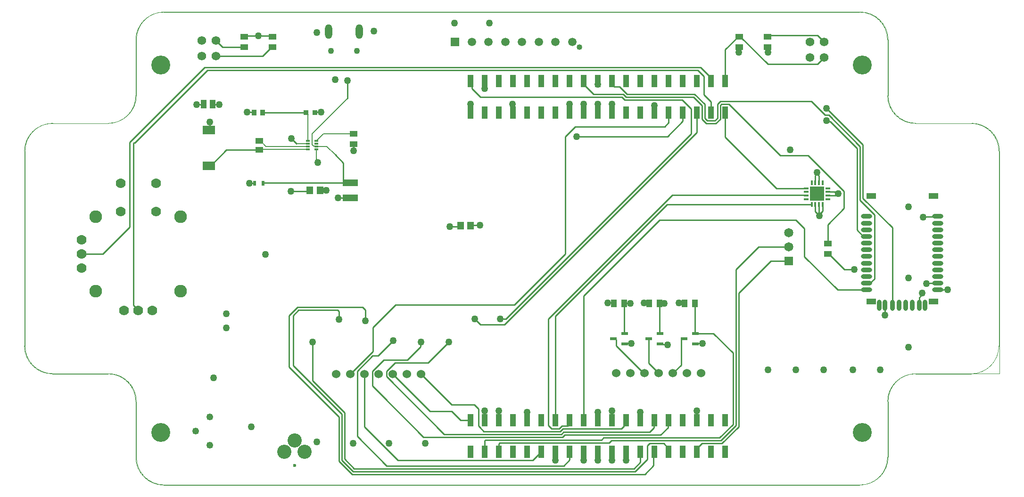
<source format=gbl>
G04*
G04 #@! TF.GenerationSoftware,Altium Limited,Altium Designer,22.7.1 (60)*
G04*
G04 Layer_Physical_Order=4*
G04 Layer_Color=16711680*
%FSLAX44Y44*%
%MOMM*%
G71*
G04*
G04 #@! TF.SameCoordinates,7684CF66-3EF2-496F-B3A4-9C416311D090*
G04*
G04*
G04 #@! TF.FilePolarity,Positive*
G04*
G01*
G75*
%ADD11C,0.2000*%
%ADD16C,0.2540*%
%ADD17C,0.0127*%
%ADD18C,0.0064*%
%ADD19R,1.0000X1.4000*%
%ADD21R,1.4000X1.0000*%
%ADD57R,1.5200X1.5200*%
%ADD58C,1.5200*%
%ADD59C,1.0200*%
%ADD60C,1.5750*%
%ADD61C,1.6500*%
%ADD62C,1.5240*%
%ADD63O,1.3080X2.6160*%
%ADD64C,2.2860*%
%ADD65C,1.7780*%
%ADD66C,2.5500*%
%ADD67C,1.2500*%
%ADD68C,3.4000*%
%ADD69C,1.1000*%
%ADD70R,1.6500X1.6500*%
%ADD71C,0.6000*%
%ADD72C,1.2700*%
%ADD85R,1.1500X1.4500*%
%ADD86R,0.9500X0.3500*%
%ADD87R,0.3500X0.9500*%
%ADD88R,2.5500X2.5500*%
%ADD89R,0.5400X0.9400*%
%ADD90R,0.8500X1.0000*%
%ADD91R,1.1400X1.5700*%
%ADD92R,1.4700X1.0200*%
%ADD93O,2.0000X0.8000*%
%ADD94R,1.0201X2.2200*%
%ADD95O,0.8000X2.0000*%
%ADD96R,1.3000X0.6000*%
%ADD97R,0.9000X0.9500*%
%ADD98R,2.8200X1.2200*%
%ADD99R,0.6700X0.3000*%
%ADD100R,1.8000X1.0000*%
%ADD101R,2.2000X1.6000*%
%ADD102C,0.1500*%
D11*
X1405350Y1348900D02*
X1420250Y1334000D01*
X1379000Y1371125D02*
X1442500Y1434625D01*
D16*
X2502370Y1222370D02*
X2503000Y1223000D01*
X2476500Y1221740D02*
X2477130Y1222370D01*
X2502370D01*
X1742440Y1064260D02*
X1833880Y1155700D01*
Y1366520D02*
X1851660Y1384300D01*
X1833880Y1155700D02*
Y1366520D01*
X1851660Y1384300D02*
X2012116D01*
X1854200Y1366520D02*
X2017196D01*
X2012116Y1384300D02*
X2019300Y1391484D01*
X1529080Y1064260D02*
X1742440D01*
X1488500Y1023680D02*
X1529080Y1064260D01*
X1488500Y980500D02*
Y1023680D01*
X1663700Y1206500D02*
X1664700Y1207500D01*
X1680160D01*
X2017196Y1366520D02*
X2044700Y1394024D01*
X1644200Y1205000D02*
X1645700Y1206500D01*
X1625980Y1205000D02*
X1644200D01*
X1487170Y918622D02*
Y944535D01*
X1507635Y965000D01*
X1447800Y939800D02*
X1488500Y980500D01*
X1507635Y965000D02*
X1550000D01*
X1574106Y989106D01*
X1487170Y918622D02*
X1504384Y901408D01*
X1497500Y972500D02*
X1525000Y1000000D01*
X1487684Y972500D02*
X1497500D01*
X1460000Y827500D02*
Y944816D01*
Y827500D02*
X1512660Y774840D01*
X1460000Y944816D02*
X1487684Y972500D01*
X1892300Y1460500D02*
Y1466220D01*
X1765300Y856620D02*
Y871220D01*
X1892300Y784860D02*
Y800100D01*
X1739304Y1410296D02*
Y1424940D01*
X1917700Y1409700D02*
Y1424940D01*
X1739304Y1410296D02*
X1739900Y1409700D01*
X1892300D02*
Y1424940D01*
X1841500Y1409700D02*
Y1424940D01*
X1681480Y1437640D02*
X1882296D01*
X1663700Y1466220D02*
X1666322Y1463598D01*
Y1452798D02*
X1681480Y1437640D01*
X1666322Y1452798D02*
Y1463598D01*
X1882596Y1437340D02*
X1935780D01*
X1940560Y1432560D02*
X2043428D01*
X1935780Y1437340D02*
X1940560Y1432560D01*
X1945012Y1442720D02*
X2065853D01*
X1884700Y1442420D02*
X1938127D01*
X1942908Y1437640D02*
X2063748D01*
X1938127Y1442420D02*
X1942908Y1437640D01*
X1931342Y1456390D02*
X1945012Y1442720D01*
X2043428Y1432560D02*
X2059940Y1416048D01*
X1866900Y1460221D02*
X1884700Y1442420D01*
X2063748Y1437640D02*
X2079010Y1422378D01*
X2065853Y1442720D02*
X2084090Y1424482D01*
X1727200Y1038860D02*
X2059940Y1371600D01*
Y1416048D01*
X1717040Y1038860D02*
X1727200D01*
X1671320D02*
X1681480Y1028700D01*
X2070100Y1374140D02*
Y1409700D01*
X1724660Y1028700D02*
X2070100Y1374140D01*
X1681480Y1028700D02*
X1724660D01*
X1803400Y847732D02*
Y1038424D01*
X1816100Y856620D02*
Y1043940D01*
X2016310Y1244150D01*
X1803400Y847732D02*
X1809422Y841710D01*
X1803400Y1038424D02*
X2026316Y1261340D01*
X1822778Y841710D02*
X1827858Y846790D01*
X2019300Y1391484D02*
Y1409700D01*
X1882296Y1437640D02*
X1882596Y1437340D01*
X2044700Y1394024D02*
Y1409700D01*
X2302500Y1417500D02*
X2368190Y1351810D01*
Y1255422D02*
X2421000Y1202611D01*
X2219891Y1332340D02*
X2269778D01*
X2375000Y1103000D02*
X2381000D01*
X2388810Y1110810D01*
Y1226235D01*
X2363110Y1251935D02*
X2388810Y1226235D01*
X2102178Y1394790D02*
X2106910Y1399521D01*
X2088822Y1394790D02*
X2102178D01*
X2084090Y1399521D02*
X2088822Y1394790D01*
X1921530Y1456390D02*
X1931342D01*
X1917700Y1460221D02*
X1921530Y1456390D01*
X2079010Y1397417D02*
Y1422378D01*
Y1397417D02*
X2086717Y1389710D01*
X2114221Y1424610D02*
X2127622D01*
X2219891Y1332340D01*
X2111990Y1397417D02*
Y1422378D01*
X2306708Y1405160D02*
X2363110Y1348759D01*
X2104283Y1389710D02*
X2111990Y1397417D01*
X2300472Y1405160D02*
X2306708D01*
X2086717Y1389710D02*
X2104283D01*
X2275942Y1429690D02*
X2300472Y1405160D01*
X2368190Y1255422D02*
Y1351810D01*
X2112117Y1429690D02*
X2275942D01*
X2106910Y1424482D02*
X2112117Y1429690D01*
X2111990Y1422378D02*
X2114221Y1424610D01*
X2106910Y1399521D02*
Y1424482D01*
X2363110Y1251935D02*
Y1348759D01*
X1917700Y1460221D02*
Y1466220D01*
X2084090Y1399521D02*
Y1424482D01*
X2357500Y1198500D02*
Y1345000D01*
Y1198500D02*
X2369000Y1187000D01*
X2421000Y1063000D02*
Y1202611D01*
X2269778Y1332340D02*
X2334260Y1267858D01*
X2082800Y1441450D02*
X2095500Y1428750D01*
Y1409700D02*
Y1428750D01*
X2082800Y1441450D02*
Y1475108D01*
X2305500Y1266900D02*
X2317590D01*
X1866900Y1460221D02*
Y1466220D01*
X2317590Y1266900D02*
X2318100Y1266389D01*
X2334260Y1237674D02*
Y1267858D01*
X2305000Y1208414D02*
X2334260Y1237674D01*
X2305000Y1174500D02*
Y1208414D01*
X2263140Y1150620D02*
Y1200984D01*
X2002921Y1216393D02*
X2247731D01*
X2263140Y1200984D01*
X2212750Y1273400D02*
X2266500D01*
X2016310Y1244150D02*
X2276250D01*
X2120900Y1365250D02*
Y1409700D01*
Y1365250D02*
X2212750Y1273400D01*
X2026316Y1261340D02*
X2265680D01*
X2322760Y1091000D02*
X2375000D01*
X2307000Y1155500D02*
X2335000Y1127500D01*
X2305000Y1155500D02*
X2307000D01*
X2335000Y1127500D02*
X2352500D01*
X1866900Y1080372D02*
X2002921Y1216393D01*
X2263140Y1150620D02*
X2322760Y1091000D01*
X1866900Y856620D02*
Y1080372D01*
X1920200Y1067500D02*
X1920900Y1066800D01*
X1809422Y841710D02*
X1822778D01*
X1910000Y1067500D02*
X1920200D01*
X1512570Y935066D02*
X1616085Y831550D01*
X1837670Y846790D02*
X1841500Y850621D01*
X1985330Y835330D02*
X1993198Y843198D01*
X1690588Y821390D02*
X1898923D01*
X1616085Y831550D02*
X1826987D01*
X2005250Y830250D02*
X2018198Y843198D01*
X1829963Y841710D02*
X1934210D01*
X1689100Y819902D02*
X1690588Y821390D01*
X1898923D02*
X1902703Y825170D01*
X1830766Y835330D02*
X1985330D01*
X1716310Y816310D02*
X1912836D01*
X1916616Y820090D02*
X2113142D01*
X1504384Y901408D02*
X1579321Y826470D01*
X1714500Y814500D02*
X1716310Y816310D01*
X1832871Y830250D02*
X2005250D01*
X1912836Y816310D02*
X1916616Y820090D01*
X1681194Y842938D02*
X1687502Y836630D01*
X1824883D02*
X1829963Y841710D01*
X1829091Y826470D02*
X1832871Y830250D01*
X1841500Y850621D02*
Y856620D01*
X1827858Y846790D02*
X1837670D01*
X1579321Y826470D02*
X1829091D01*
X1689100Y800100D02*
Y819902D01*
X1826987Y831550D02*
X1830766Y835330D01*
X1902703Y825170D02*
X2111038D01*
X1687502Y836630D02*
X1824883D01*
X1393300Y1270000D02*
X1404620D01*
X2041670Y955820D02*
Y1001570D01*
X2026920Y941070D02*
X2041670Y955820D01*
X2043400Y1003300D02*
X2046900D01*
X2041670Y1001570D02*
X2043400Y1003300D01*
X1983400Y959190D02*
X2001520Y941070D01*
X1983400Y959190D02*
Y1003300D01*
X1925130Y990700D02*
X1974760Y941070D01*
X1925130Y990700D02*
Y1001570D01*
X1974760Y941070D02*
X1976120D01*
X1919900Y1003300D02*
X1923400D01*
X1925130Y1001570D01*
X1066800Y1054100D02*
Y1054716D01*
X1058128Y1354256D02*
X1059180Y1355308D01*
X1060668D01*
X1058128Y1063388D02*
X1066800Y1054716D01*
X1058128Y1063388D02*
Y1354256D01*
X1003300Y1155700D02*
X1051560Y1203960D01*
X965200Y1155700D02*
X1003300D01*
X1051560Y1203960D02*
Y1356360D01*
X1186180Y1490980D01*
X1060668Y1355308D02*
X1191260Y1485900D01*
X2072008D01*
X2076740Y1490980D02*
X2095500Y1472220D01*
Y1466220D02*
Y1472220D01*
X1186180Y1490980D02*
X2076740D01*
X2318100Y1260400D02*
X2321351Y1263650D01*
X2324100D01*
X2305500Y1260400D02*
X2318100D01*
X2289810Y1224528D02*
Y1226768D01*
Y1224280D02*
Y1224528D01*
X2295750Y1232708D02*
Y1244150D01*
X2289810Y1226768D02*
X2295750Y1232708D01*
X2289530Y1224808D02*
Y1243870D01*
Y1224808D02*
X2289810Y1224528D01*
X2282750Y1231588D02*
X2289530Y1224808D01*
X2282750Y1231588D02*
Y1244150D01*
X2289250D02*
X2289530Y1243870D01*
X2286000Y1299001D02*
Y1301750D01*
X2289250Y1283150D02*
Y1295750D01*
X2286000Y1299001D02*
X2289250Y1295750D01*
X2282750Y1283150D02*
Y1295750D01*
X2072008Y1485900D02*
X2082800Y1475108D01*
X2199285Y1548385D02*
X2287015D01*
X2197100Y1546200D02*
X2199285Y1548385D01*
X2287015D02*
X2298700Y1536700D01*
X2287015Y1497015D02*
X2298700Y1508700D01*
X2146300Y1546200D02*
X2148300D01*
X2197485Y1497015D01*
X2287015D01*
X2144300Y1546200D02*
X2146300D01*
X2120900Y1466220D02*
Y1522800D01*
X2144300Y1546200D01*
X2003400Y1066800D02*
Y1068800D01*
X1475000Y1035000D02*
Y1055000D01*
X1306100Y1527200D02*
X1308100D01*
X1290200Y1511300D02*
X1306100Y1527200D01*
X1206500Y1511300D02*
X1290200D01*
X1206500Y1539300D02*
X1218600Y1527200D01*
X1257300D01*
X1258850Y1547750D02*
X1282750D01*
X1257300Y1546200D02*
X1258850Y1547750D01*
X1306550D02*
X1308100Y1546200D01*
X1282750Y1547750D02*
X1306550D01*
X1290200Y1409700D02*
X1368300D01*
Y1409450D02*
X1371600Y1406150D01*
X1368300Y1409450D02*
Y1409700D01*
X1341750Y1363000D02*
X1350850Y1353900D01*
X1340750Y1267750D02*
X1373050D01*
X1375300Y1270000D01*
X1439800Y1283500D02*
X1447800D01*
X1292250D02*
X1439800D01*
X1291500Y1282750D02*
X1292250Y1283500D01*
X1196800Y1314200D02*
X1225350Y1342750D01*
X1193800Y1314200D02*
X1196800D01*
X1225350Y1342750D02*
X1284250D01*
X1453700Y1352450D02*
X1454000Y1352750D01*
X1453700Y1341050D02*
Y1352450D01*
X1386630Y1325369D02*
X1389250Y1322749D01*
Y1320000D02*
Y1322749D01*
X1434970Y1288330D02*
Y1319280D01*
X1420250Y1334000D02*
X1434970Y1319280D01*
Y1288330D02*
X1439800Y1283500D01*
X1442500Y1434625D02*
Y1467500D01*
X2309444Y1393056D02*
X2357500Y1345000D01*
X2304444Y1393056D02*
X2309444D01*
X2302500Y1395000D02*
X2304444Y1393056D01*
X2369000Y1187000D02*
X2375000D01*
X1939270Y852790D02*
X1943100Y856620D01*
X1939270Y846770D02*
Y852790D01*
X1934210Y841710D02*
X1939270Y846770D01*
X1993198Y843198D02*
Y855918D01*
X1993900Y856620D01*
X2018198Y855518D02*
X2019300Y856620D01*
X2018198Y843198D02*
Y855518D01*
X1504384Y901408D02*
X1504384D01*
X1574106Y989106D02*
Y996606D01*
X1575000Y997500D01*
X1587420Y959920D02*
X1625000Y997500D01*
X1527955Y959920D02*
X1587420D01*
X1473200Y844932D02*
Y939800D01*
Y844932D02*
X1533132Y785000D01*
X1512570Y944535D02*
X1527955Y959920D01*
X1512570Y935066D02*
Y944535D01*
X1524000Y939800D02*
X1591220Y872580D01*
X1629604D01*
X1980993Y810852D02*
X1985150Y815010D01*
X2070100Y806099D02*
X2079010Y815010D01*
X1985150D02*
X2010390D01*
X2111038Y825170D02*
X2134920Y849052D01*
X1980993Y786309D02*
Y810852D01*
X2010390Y815010D02*
X2019300Y806099D01*
X2079010Y815010D02*
X2115246D01*
X2113142Y820090D02*
X2140000Y846948D01*
X2145080Y844843D02*
Y1085080D01*
X2019300Y800100D02*
Y806099D01*
X2115246Y815010D02*
X2145080Y844843D01*
X1939900Y1013800D02*
Y1066800D01*
Y1013800D02*
X1940900Y1012800D01*
X2003400Y1013800D02*
X2004400Y1012800D01*
X2003400Y1013800D02*
Y1066800D01*
X2066900Y1013800D02*
Y1066800D01*
Y1013800D02*
X2067900Y1012800D01*
X2099700D01*
X2145080Y1085080D02*
X2203000Y1143000D01*
X2235200D01*
X2140000Y1127500D02*
X2180900Y1168400D01*
X2235200D01*
X2134920Y849052D02*
Y977580D01*
X2140000Y846948D02*
Y1127500D01*
X2070100Y800100D02*
Y806099D01*
X2099700Y1012800D02*
X2134920Y977580D01*
X2408000Y1045380D02*
Y1050568D01*
Y1045380D02*
Y1063000D01*
X2470000Y1077251D02*
X2475000Y1082251D01*
Y1085000D01*
X2503000Y1091000D02*
X2520620D01*
X2482500Y1102500D02*
X2482750Y1102750D01*
X2502750D02*
X2503000Y1103000D01*
X2482750Y1102750D02*
X2502750D01*
X2470000Y1063000D02*
Y1077251D01*
X1677690Y846441D02*
X1681194Y842938D01*
X1677690Y846441D02*
Y877310D01*
X1714500Y800100D02*
Y814500D01*
X1533132Y785000D02*
X1775600D01*
X1512660Y774840D02*
X1831150D01*
X1454844Y769840D02*
X1454924Y769760D01*
X1959364Y764680D02*
X1959444Y764760D01*
X1831150Y774840D02*
X1841500Y785190D01*
X1454924Y769760D02*
X1957260D01*
X1452820Y764680D02*
X1959364D01*
X1427340Y782976D02*
X1450716Y759600D01*
X1977100D02*
X1992500Y775000D01*
X1775600Y785000D02*
X1790700Y800100D01*
X1957260Y769760D02*
X1968500Y781000D01*
X1450716Y759600D02*
X1977100D01*
X1432420Y785080D02*
X1452820Y764680D01*
X1470000Y1060000D02*
X1475000Y1055000D01*
X1337500Y1045000D02*
X1352500Y1060000D01*
X1470000D01*
X2037500Y1067500D02*
X2047200D01*
X1983700D02*
X1984400Y1066800D01*
X1975000Y1067500D02*
X1983700D01*
X2047200D02*
X2047900Y1066800D01*
X2079400Y994400D02*
X2080000Y995000D01*
X2068500Y994400D02*
X2079400D01*
X2067900Y993800D02*
X2068500Y994400D01*
X1951900D02*
X1952500Y995000D01*
X2005050Y993150D02*
X2016850D01*
X2017500Y992500D01*
X2004400Y993800D02*
X2005050Y993150D01*
X1941500Y994400D02*
X1951900D01*
X1940900Y993800D02*
X1941500Y994400D01*
X1384600Y1410000D02*
X1395000D01*
X1384300Y1409700D02*
X1384600Y1410000D01*
X1426080Y1256500D02*
X1447800D01*
X1200750Y1425000D02*
X1202150Y1423600D01*
X1212050D01*
X1275300Y1282550D02*
X1275500Y1282750D01*
X1266300Y1282550D02*
X1275300D01*
X1841500Y785190D02*
Y800100D01*
X1959444Y764760D02*
X1980993Y786309D01*
X1437500Y787184D02*
X1454844Y769840D01*
X1574800Y939800D02*
X1629600Y885000D01*
X1670000D01*
X1992500Y775000D02*
Y798700D01*
X1993900Y800100D01*
X1432420Y785080D02*
Y867580D01*
X1437500Y787184D02*
Y870000D01*
X1345000Y955000D02*
X1432420Y867580D01*
X1380000Y927500D02*
X1437500Y870000D01*
X1427340Y782976D02*
Y862660D01*
X1337500Y952500D02*
X1427340Y862660D01*
X1337500Y952500D02*
Y1045000D01*
X1345000Y955000D02*
Y1045000D01*
X1380000Y927500D02*
Y997500D01*
X1354920Y1054920D02*
X1425080D01*
X1427500Y1052500D01*
X1345000Y1045000D02*
X1354920Y1054920D01*
X1427500Y1037500D02*
Y1052500D01*
X1968500Y781000D02*
Y800100D01*
X1629604Y872580D02*
X1645564Y856620D01*
X1663700D01*
X1670000Y885000D02*
X1677690Y877310D01*
X1193800Y1378200D02*
X1195000Y1379400D01*
Y1392500D01*
X1172050Y1423600D02*
X1183150D01*
X1184550Y1425000D01*
X1274900Y1410000D02*
X1275200Y1409700D01*
X1262500Y1410000D02*
X1274900D01*
X2197500Y1517500D02*
Y1526800D01*
X2197100Y1527200D02*
X2197500Y1526800D01*
X2145000Y1525900D02*
X2146300Y1527200D01*
X2145000Y1517500D02*
Y1525900D01*
D17*
X2612500Y1340000D02*
G03*
X2562500Y1390000I-50000J0D01*
G01*
X2462500Y940000D02*
G03*
X2412500Y890000I0J-50000D01*
G01*
X2562500Y940000D02*
G03*
X2612500Y990000I0J50000D01*
G01*
X1062500Y790000D02*
G03*
X1112500Y740000I50000J0D01*
G01*
X862500Y990000D02*
G03*
X912500Y940000I50000J0D01*
G01*
X2362500Y740000D02*
G03*
X2412500Y790000I0J50000D01*
G01*
Y1440000D02*
G03*
X2462500Y1390000I50000J0D01*
G01*
X2412500Y1540000D02*
G03*
X2362500Y1590000I-50000J0D01*
G01*
X1012500Y1390000D02*
G03*
X1062500Y1440000I0J50000D01*
G01*
X912500Y1390000D02*
G03*
X862500Y1340000I0J-50000D01*
G01*
X1062500Y890000D02*
G03*
X1012500Y940000I-50000J0D01*
G01*
X1112500Y1590000D02*
G03*
X1062500Y1540000I0J-50000D01*
G01*
X1063600Y790410D02*
G03*
X1113600Y740410I50000J0D01*
G01*
X863600Y990410D02*
G03*
X913600Y940410I50000J0D01*
G01*
X2613600Y1340410D02*
G03*
X2563600Y1390410I-50000J0D01*
G01*
X2413600Y1440410D02*
G03*
X2463600Y1390410I50000J0D01*
G01*
Y940410D02*
G03*
X2413600Y890410I0J-50000D01*
G01*
X2363600Y740410D02*
G03*
X2413600Y790410I0J50000D01*
G01*
Y1540410D02*
G03*
X2363600Y1590410I-50000J0D01*
G01*
X1113600D02*
G03*
X1063600Y1540410I0J-50000D01*
G01*
X1013600Y1390410D02*
G03*
X1063600Y1440410I0J50000D01*
G01*
X913600Y1390410D02*
G03*
X863600Y1340410I0J-50000D01*
G01*
X1063600Y890410D02*
G03*
X1013600Y940410I-50000J0D01*
G01*
X2612500Y990000D02*
Y1340000D01*
X912500Y940000D02*
X1012500D01*
X1112500Y740000D02*
X2362500D01*
X862500Y990000D02*
Y1340000D01*
X1062500Y790000D02*
Y890000D01*
Y1440000D02*
Y1540000D01*
X1112500Y1590000D02*
X2362500D01*
X2462500Y1390000D02*
X2562500D01*
X2462500Y940000D02*
X2562500D01*
X2412500Y1440000D02*
Y1540000D01*
Y790000D02*
Y890000D01*
X912500Y1390000D02*
X1012500D01*
X1063600Y1440410D02*
Y1540410D01*
X1113600Y1590410D02*
X2363600D01*
X863600Y990410D02*
Y1340410D01*
X913600Y1390410D02*
X1013600D01*
X2463600Y940410D02*
X2613600D01*
X1113600Y740410D02*
X2363600D01*
X2613600Y940410D02*
Y1340410D01*
X913600Y940410D02*
X1013600D01*
X2413600Y790410D02*
Y890410D01*
X2463600Y1390410D02*
X2563600D01*
X2413600Y1440410D02*
Y1540410D01*
X1063600Y790410D02*
Y890410D01*
D18*
X862532Y740000D02*
G03*
X862532Y740000I-32J0D01*
G01*
D02*
G03*
X862532Y740000I-32J0D01*
G01*
D19*
X1984400Y1066800D02*
D03*
X1920900D02*
D03*
X2047900D02*
D03*
X2066900D02*
D03*
X2003400D02*
D03*
X1939900D02*
D03*
D21*
X1454000Y1371750D02*
D03*
Y1352750D02*
D03*
X2305000Y1155500D02*
D03*
Y1174500D02*
D03*
X2197100Y1546200D02*
D03*
Y1527200D02*
D03*
X2146300Y1546200D02*
D03*
Y1527200D02*
D03*
X1257300D02*
D03*
Y1546200D02*
D03*
X1308100Y1527200D02*
D03*
Y1546200D02*
D03*
D57*
X1636100Y1536700D02*
D03*
D58*
X1666100D02*
D03*
X1696100D02*
D03*
X1726100D02*
D03*
X1756100D02*
D03*
X1786100D02*
D03*
X1816100D02*
D03*
X1846100D02*
D03*
D59*
X1858900Y1526900D02*
D03*
D60*
X2273300Y1508700D02*
D03*
Y1536700D02*
D03*
X1181100Y1511300D02*
D03*
Y1539300D02*
D03*
X2298700Y1508700D02*
D03*
Y1536700D02*
D03*
X1206500Y1511300D02*
D03*
Y1539300D02*
D03*
D61*
X2235200Y1193800D02*
D03*
Y1168400D02*
D03*
D62*
X2077720Y941070D02*
D03*
X1925320D02*
D03*
X1422400Y939800D02*
D03*
X1447800D02*
D03*
X1473200D02*
D03*
X1498600D02*
D03*
X1524000D02*
D03*
X1549400D02*
D03*
X1574800D02*
D03*
X1950720Y941070D02*
D03*
X1976120D02*
D03*
X2001520D02*
D03*
X2026920D02*
D03*
X2052320D02*
D03*
D63*
X1463870Y1555320D02*
D03*
X1408870D02*
D03*
D64*
X1143000Y1222375D02*
D03*
Y1089025D02*
D03*
X990600D02*
D03*
Y1222375D02*
D03*
D65*
X965200Y1130300D02*
D03*
X1092200Y1054100D02*
D03*
X965200Y1155700D02*
D03*
Y1181100D02*
D03*
X1066800Y1054100D02*
D03*
X1041400D02*
D03*
X1098550Y1231900D02*
D03*
X1035050D02*
D03*
X1098550Y1282700D02*
D03*
X1035050D02*
D03*
D66*
X1347500Y820000D02*
D03*
X1366000Y800000D02*
D03*
X1329000D02*
D03*
D67*
X1195400Y812100D02*
D03*
Y862900D02*
D03*
X1170000Y837500D02*
D03*
D68*
X2367500Y1495000D02*
D03*
Y835000D02*
D03*
X1107500D02*
D03*
Y1495000D02*
D03*
D69*
X1412870Y1520320D02*
D03*
X1459870D02*
D03*
D70*
X2235200Y1143000D02*
D03*
D71*
X1347500Y775000D02*
D03*
D72*
X2476500Y1221740D02*
D03*
X1854200Y1366520D02*
D03*
X1680160Y1207500D02*
D03*
X1625980Y1205000D02*
D03*
X1525000Y1000000D02*
D03*
X1892300Y1460500D02*
D03*
X1689100Y873760D02*
D03*
X1714500D02*
D03*
X1917700D02*
D03*
X1765300Y871220D02*
D03*
X1816100Y785000D02*
D03*
X1866900Y784860D02*
D03*
X1892300D02*
D03*
X1917700D02*
D03*
X1943100D02*
D03*
X1892300Y871220D02*
D03*
X1968500D02*
D03*
X2070100Y873760D02*
D03*
X1739304Y1424940D02*
D03*
X1917700D02*
D03*
X1841500D02*
D03*
X1866900D02*
D03*
X1892300D02*
D03*
X1689100Y1452880D02*
D03*
X1950720Y1066800D02*
D03*
X2011680D02*
D03*
X1663700Y1424940D02*
D03*
X1993900Y1422400D02*
D03*
X1671320Y1038860D02*
D03*
X1717040D02*
D03*
X2352500Y1127500D02*
D03*
X1910000Y1067500D02*
D03*
X1404620Y1270000D02*
D03*
X2289810Y1224280D02*
D03*
X2324100Y1263650D02*
D03*
X2286000Y1301750D02*
D03*
X1475000Y1035000D02*
D03*
X1282750Y1547750D02*
D03*
X1340750Y1267750D02*
D03*
X1341750Y1363000D02*
D03*
X1453700Y1341050D02*
D03*
X1389250Y1320000D02*
D03*
X1442500Y1467500D02*
D03*
X2302500Y1395000D02*
D03*
Y1417500D02*
D03*
X2237500Y1342500D02*
D03*
X1625000Y997500D02*
D03*
X1575000D02*
D03*
X2450000Y1240000D02*
D03*
Y1112500D02*
D03*
Y987500D02*
D03*
X2408000Y1045380D02*
D03*
X2475000Y1085000D02*
D03*
X2520620Y1091000D02*
D03*
X2482500Y1102500D02*
D03*
X2197500Y947660D02*
D03*
X2399700Y947300D02*
D03*
X2350000Y947500D02*
D03*
X2297500D02*
D03*
X2247500D02*
D03*
X1452500Y815000D02*
D03*
X1582500D02*
D03*
X1517500Y815000D02*
D03*
X2037500Y1067500D02*
D03*
X1975000D02*
D03*
X1697500Y1570000D02*
D03*
X2080000Y995000D02*
D03*
X2017500Y992500D02*
D03*
X1952500Y995000D02*
D03*
X1490149Y1556341D02*
D03*
X1420370Y1468700D02*
D03*
X1387649Y1553841D02*
D03*
X1395000Y1410000D02*
D03*
X1426080Y1256500D02*
D03*
X1212050Y1423600D02*
D03*
X1266300Y1282550D02*
D03*
X1295000Y1155000D02*
D03*
X1387500Y817500D02*
D03*
X1225380Y1022350D02*
D03*
Y1047750D02*
D03*
X1270000Y845000D02*
D03*
X1202500Y932500D02*
D03*
X1427500Y1037500D02*
D03*
X1380000Y997500D02*
D03*
X1635000Y1570000D02*
D03*
X1195000Y1392500D02*
D03*
X1172050Y1423600D02*
D03*
X1262500Y1410000D02*
D03*
X2197500Y1517500D02*
D03*
X2145000D02*
D03*
D85*
X1663700Y1206500D02*
D03*
X1645700D02*
D03*
X1393300Y1270000D02*
D03*
X1375300D02*
D03*
D86*
X2305500Y1273400D02*
D03*
Y1266900D02*
D03*
Y1260400D02*
D03*
Y1253900D02*
D03*
X2266500D02*
D03*
Y1260400D02*
D03*
Y1266900D02*
D03*
Y1273400D02*
D03*
D87*
X2295750Y1244150D02*
D03*
X2289250D02*
D03*
X2282750D02*
D03*
X2276250D02*
D03*
Y1283150D02*
D03*
X2282750D02*
D03*
X2289250D02*
D03*
X2295750D02*
D03*
D88*
X2286000Y1263650D02*
D03*
D89*
X1291500Y1282750D02*
D03*
X1275500D02*
D03*
D90*
X1275200Y1409700D02*
D03*
X1290200D02*
D03*
D91*
X1200750Y1425000D02*
D03*
X1184550D02*
D03*
D92*
X1284250Y1358750D02*
D03*
Y1342750D02*
D03*
D93*
X2503000Y1223000D02*
D03*
Y1091000D02*
D03*
X2375000D02*
D03*
Y1103000D02*
D03*
Y1115000D02*
D03*
Y1127000D02*
D03*
Y1139000D02*
D03*
Y1151000D02*
D03*
Y1163000D02*
D03*
Y1175000D02*
D03*
Y1187000D02*
D03*
Y1199000D02*
D03*
Y1211000D02*
D03*
Y1223000D02*
D03*
X2503000Y1103000D02*
D03*
Y1115000D02*
D03*
Y1127000D02*
D03*
Y1139000D02*
D03*
Y1151000D02*
D03*
Y1163000D02*
D03*
Y1175000D02*
D03*
Y1187000D02*
D03*
Y1199000D02*
D03*
Y1211000D02*
D03*
D94*
X1892300Y1466220D02*
D03*
Y1409700D02*
D03*
X1917700D02*
D03*
X1739900D02*
D03*
X1892300Y800100D02*
D03*
X1765300Y856620D02*
D03*
X1663700D02*
D03*
Y1409700D02*
D03*
X1689100D02*
D03*
Y1466220D02*
D03*
X1714500Y1409700D02*
D03*
Y1466220D02*
D03*
X1739900D02*
D03*
X1765300Y1409700D02*
D03*
Y1466220D02*
D03*
X1790700Y1409700D02*
D03*
Y1466220D02*
D03*
X1816100Y1409700D02*
D03*
Y1466220D02*
D03*
X1841500Y1409700D02*
D03*
Y1466220D02*
D03*
X1866900Y1409700D02*
D03*
Y1466220D02*
D03*
X1917700D02*
D03*
X1943100Y1409700D02*
D03*
Y1466220D02*
D03*
X1968500Y1409700D02*
D03*
Y1466220D02*
D03*
X1993900Y1409700D02*
D03*
Y1466220D02*
D03*
X2019300Y1409700D02*
D03*
Y1466220D02*
D03*
X2044700Y1409700D02*
D03*
Y1466220D02*
D03*
X2070100Y1409700D02*
D03*
Y1466220D02*
D03*
X2095500Y1409700D02*
D03*
Y1466220D02*
D03*
X2120900Y1409700D02*
D03*
Y1466220D02*
D03*
Y856620D02*
D03*
Y800100D02*
D03*
X2095500Y856620D02*
D03*
Y800100D02*
D03*
X2070100Y856620D02*
D03*
Y800100D02*
D03*
X2044700Y856620D02*
D03*
Y800100D02*
D03*
X2019300Y856620D02*
D03*
Y800100D02*
D03*
X1993900Y856620D02*
D03*
Y800100D02*
D03*
X1968500Y856620D02*
D03*
Y800100D02*
D03*
X1943100Y856620D02*
D03*
Y800100D02*
D03*
X1917700Y856620D02*
D03*
Y800100D02*
D03*
X1892300Y856620D02*
D03*
X1866900D02*
D03*
Y800100D02*
D03*
X1841500Y856620D02*
D03*
Y800100D02*
D03*
X1816100Y856620D02*
D03*
Y800100D02*
D03*
X1790700Y856620D02*
D03*
Y800100D02*
D03*
X1765300D02*
D03*
X1739900Y856620D02*
D03*
Y800100D02*
D03*
X1714500Y856620D02*
D03*
Y800100D02*
D03*
X1689100Y856620D02*
D03*
Y800100D02*
D03*
X1663700Y856620D02*
D03*
Y800100D02*
D03*
Y1466220D02*
D03*
D95*
X2470000Y1063000D02*
D03*
X2408000D02*
D03*
X2480000D02*
D03*
X2398000D02*
D03*
X2421000D02*
D03*
X2433000D02*
D03*
X2445000D02*
D03*
X2457000D02*
D03*
D96*
X2067900Y993800D02*
D03*
X2004400D02*
D03*
X1940900D02*
D03*
X2046900Y1003300D02*
D03*
X2067900Y1012800D02*
D03*
X1983400Y1003300D02*
D03*
X2004400Y1012800D02*
D03*
X1919900Y1003300D02*
D03*
X1940900Y1012800D02*
D03*
D97*
X1384300Y1409700D02*
D03*
X1368300D02*
D03*
D98*
X1447800Y1256500D02*
D03*
Y1283500D02*
D03*
D99*
X1386400Y1343900D02*
D03*
Y1358900D02*
D03*
Y1353900D02*
D03*
Y1348900D02*
D03*
X1371600Y1343900D02*
D03*
Y1348900D02*
D03*
Y1353900D02*
D03*
Y1358900D02*
D03*
D100*
X2383000Y1260000D02*
D03*
X2495000D02*
D03*
X2383000Y1070000D02*
D03*
X2495000D02*
D03*
D101*
X1193800Y1314200D02*
D03*
Y1378200D02*
D03*
D102*
X1371600Y1358900D02*
Y1406150D01*
X1350850Y1353900D02*
X1371600D01*
X1284250Y1342750D02*
X1285400Y1343900D01*
X1371600D01*
X1284250Y1358750D02*
X1286500D01*
X1296350Y1348900D01*
X1371600D01*
X1399250Y1371750D02*
X1454000D01*
X1386400Y1358900D02*
X1399250Y1371750D01*
X1386630Y1325369D02*
Y1343670D01*
X1386400Y1343900D02*
X1386630Y1343670D01*
X1386400Y1348900D02*
X1405350D01*
X1379000Y1351797D02*
Y1371125D01*
Y1351797D02*
X1381687Y1349110D01*
X1386190D02*
X1386400Y1348900D01*
X1381687Y1349110D02*
X1386190D01*
M02*

</source>
